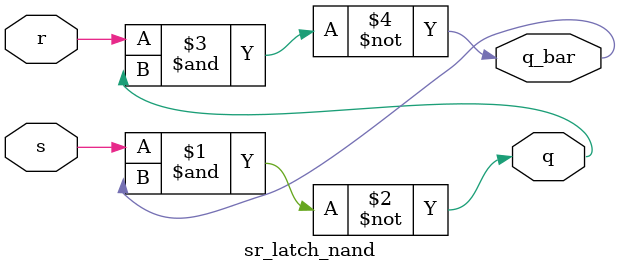
<source format=v>
module sr_latch_nand (
    input wire s,
    input wire r,
    output wire q,
    output wire q_bar
);

assign q = ~(s & q_bar);
assign q_bar = ~(r & q);

endmodule

</source>
